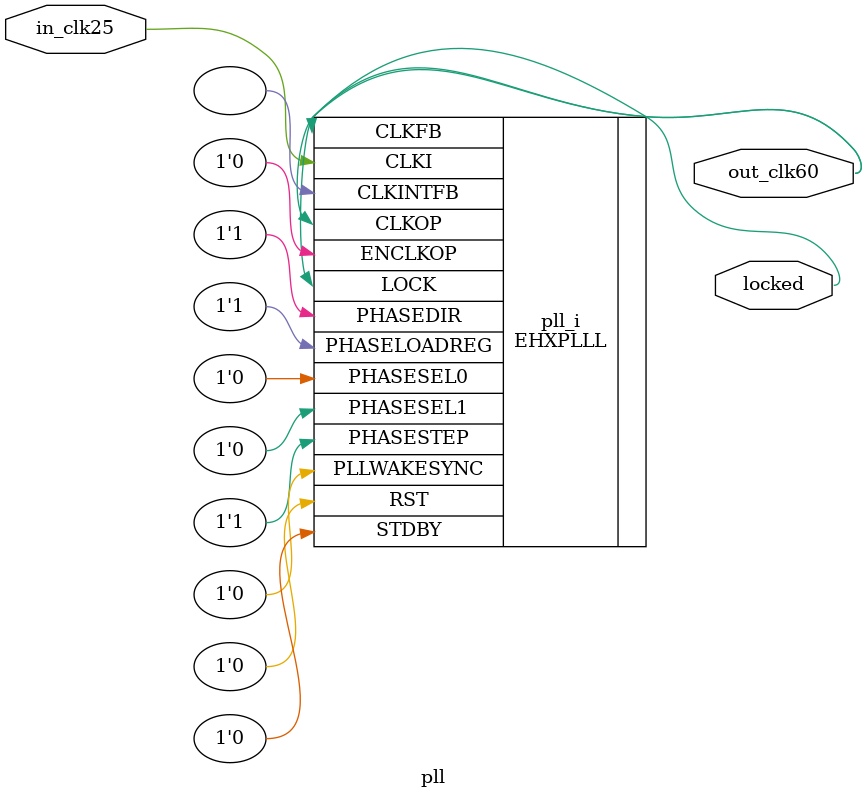
<source format=v>
module pll
(
    input in_clk25, // 25 MHz, 0 deg
    output out_clk60, // 60 MHz, 0 deg
    output locked
);
(* FREQUENCY_PIN_CLKI="25" *)
(* FREQUENCY_PIN_CLKOP="60" *)
(* ICP_CURRENT="12" *) (* LPF_RESISTOR="8" *) (* MFG_ENABLE_FILTEROPAMP="1" *) (* MFG_GMCREF_SEL="2" *)
EHXPLLL #(
        .PLLRST_ENA("DISABLED"),
        .INTFB_WAKE("DISABLED"),
        .STDBY_ENABLE("DISABLED"),
        .DPHASE_SOURCE("DISABLED"),
        .OUTDIVIDER_MUXA("DIVA"),
        .OUTDIVIDER_MUXB("DIVB"),
        .OUTDIVIDER_MUXC("DIVC"),
        .OUTDIVIDER_MUXD("DIVD"),
        .CLKI_DIV(5),
        .CLKOP_ENABLE("ENABLED"),
        .CLKOP_DIV(10),
        .CLKOP_CPHASE(4),
        .CLKOP_FPHASE(0),
        .FEEDBK_PATH("CLKOP"),
        .CLKFB_DIV(12)
    ) pll_i (
        .RST(1'b0),
        .STDBY(1'b0),
        .CLKI(in_clk25),
        .CLKOP(out_clk60),
        .CLKFB(out_clk60),
        .CLKINTFB(),
        .PHASESEL0(1'b0),
        .PHASESEL1(1'b0),
        .PHASEDIR(1'b1),
        .PHASESTEP(1'b1),
        .PHASELOADREG(1'b1),
        .PLLWAKESYNC(1'b0),
        .ENCLKOP(1'b0),
        .LOCK(locked)
	);
endmodule

</source>
